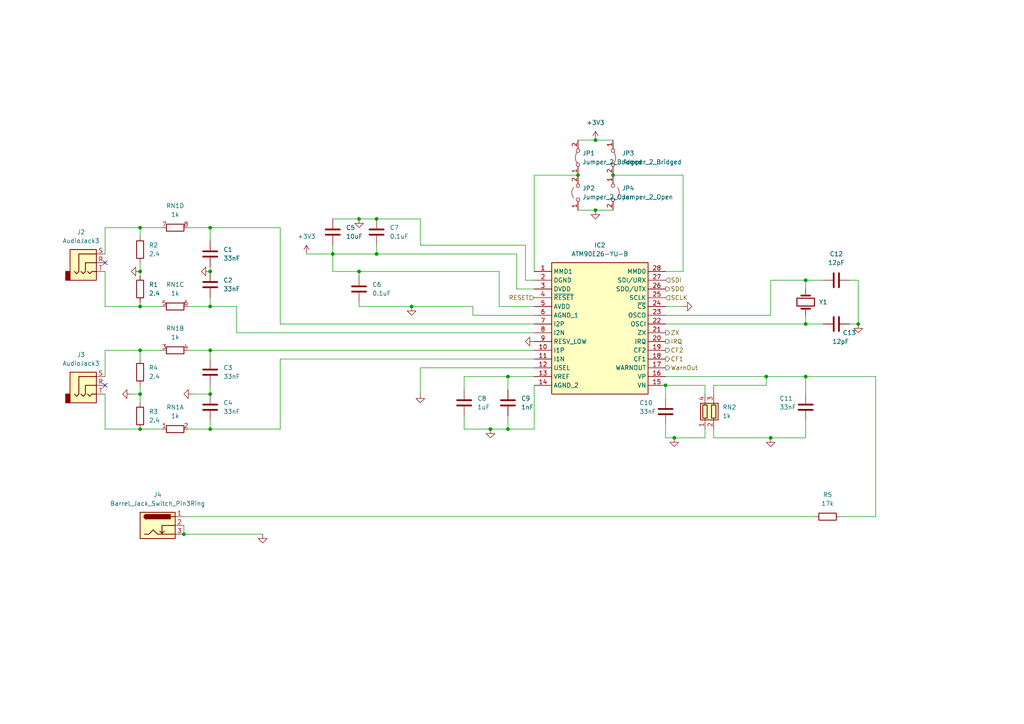
<source format=kicad_sch>
(kicad_sch (version 20230121) (generator eeschema)
  (paper "A4")
  (lib_symbols
    (symbol "ATM90E26-YU-B:ATM90E26-YU-B"
      (property "Reference" "IC" (at 34.29 7.62 0))
      (property "Value" "ATM90E26-YU-B" (at 34.29 5.08 0))
      (symbol "ATM90E26-YU-B_1_1"
        (rectangle (start 5.08 2.54) (end 33.02 -35.56) (stroke (width 0.254)) (fill (type background)))
        (pin passive line (at 0 0 0) (length 5.08) (name "MMD1") (number "1"))
        (pin passive line (at 0 -22.86 0) (length 5.08) (name "I1P") (number "10"))
        (pin passive line (at 0 -25.4 0) (length 5.08) (name "I1N") (number "11"))
        (pin passive line (at 0 -27.94 0) (length 5.08) (name "USEL") (number "12"))
        (pin passive line (at 0 -30.48 0) (length 5.08) (name "VREF") (number "13"))
        (pin passive line (at 0 -33.02 0) (length 5.08) (name "AGND_2") (number "14"))
        (pin passive line (at 38.1 -33.02 180) (length 5.08) (name "VN") (number "15"))
        (pin passive line (at 38.1 -30.48 180) (length 5.08) (name "VP") (number "16"))
        (pin passive line (at 38.1 -27.94 180) (length 5.08) (name "WARNOUT") (number "17"))
        (pin passive line (at 38.1 -25.4 180) (length 5.08) (name "CF1") (number "18"))
        (pin passive line (at 38.1 -22.86 180) (length 5.08) (name "CF2") (number "19"))
        (pin passive line (at 0 -2.54 0) (length 5.08) (name "DGND") (number "2"))
        (pin passive line (at 38.1 -20.32 180) (length 5.08) (name "IRQ") (number "20"))
        (pin passive line (at 38.1 -17.78 180) (length 5.08) (name "ZX") (number "21"))
        (pin passive line (at 38.1 -15.24 180) (length 5.08) (name "OSCI") (number "22"))
        (pin passive line (at 38.1 -12.7 180) (length 5.08) (name "OSCO") (number "23"))
        (pin passive line (at 38.1 -10.16 180) (length 5.08) (name "~{CS}") (number "24"))
        (pin passive line (at 38.1 -7.62 180) (length 5.08) (name "SCLK") (number "25"))
        (pin passive line (at 38.1 -5.08 180) (length 5.08) (name "SDO/UTX") (number "26"))
        (pin passive line (at 38.1 -2.54 180) (length 5.08) (name "SDI/URX") (number "27"))
        (pin passive line (at 38.1 0 180) (length 5.08) (name "MMD0") (number "28"))
        (pin passive line (at 0 -5.08 0) (length 5.08) (name "DVDD") (number "3"))
        (pin passive line (at 0 -7.62 0) (length 5.08) (name "~{RESET}") (number "4"))
        (pin passive line (at 0 -10.16 0) (length 5.08) (name "AVDD") (number "5"))
        (pin passive line (at 0 -12.7 0) (length 5.08) (name "AGND_1") (number "6"))
        (pin passive line (at 0 -15.24 0) (length 5.08) (name "I2P") (number "7"))
        (pin passive line (at 0 -17.78 0) (length 5.08) (name "I2N") (number "8"))
        (pin passive line (at 0 -20.32 0) (length 5.08) (name "RESV_LOW") (number "9"))
      )
    )
    (symbol "Connector:Barrel_Jack_Switch_Pin3Ring" (pin_names hide)
      (property "Reference" "J" (at 0 5.334 0))
      (property "Value" "Barrel_Jack_Switch_Pin3Ring" (at 0 -5.08 0))
      (symbol "Barrel_Jack_Switch_Pin3Ring_0_1"
        (rectangle (start -5.08 3.81) (end 5.08 -3.81) (stroke (width 0.254)) (fill (type background)))
        (arc (start -3.302 3.175) (mid -3.9343 2.54) (end -3.302 1.905) (stroke (width 0.254)))
        (arc (start -3.302 3.175) (mid -3.9343 2.54) (end -3.302 1.905) (stroke (width 0.254)) (fill (type outline)))
        (polyline (pts (xy 1.27 -2.286) (xy 1.905 -1.651)) (stroke (width 0.254)))
        (polyline (pts (xy 5.08 2.54) (xy 3.81 2.54)) (stroke (width 0.254)))
        (polyline (pts (xy 5.08 0) (xy 1.27 0) (xy 1.27 -2.286) (xy 0.635 -1.651)) (stroke (width 0.254)))
        (polyline (pts (xy -3.81 -2.54) (xy -2.54 -2.54) (xy -1.27 -1.27) (xy 0 -2.54) (xy 2.54 -2.54) (xy 5.08 -2.54)) (stroke (width 0.254)))
        (rectangle (start 3.683 3.175) (end -3.302 1.905) (stroke (width 0.254)) (fill (type outline)))
      )
      (symbol "Barrel_Jack_Switch_Pin3Ring_1_1"
        (pin passive line (at 7.62 2.54 180) (length 2.54) (name "~") (number "1"))
        (pin passive line (at 7.62 0 180) (length 2.54) (name "~") (number "2"))
        (pin passive line (at 7.62 -2.54 180) (length 2.54) (name "~") (number "3"))
      )
    )
    (symbol "Connector_Audio:AudioJack3"
      (property "Reference" "J" (at 0 8.89 0))
      (property "Value" "AudioJack3" (at 0 6.35 0))
      (symbol "AudioJack3_0_1"
        (rectangle (start -5.08 -5.08) (end -6.35 -2.54) (stroke (width 0.254)) (fill (type outline)))
        (polyline (pts (xy 0 -2.54) (xy 0.635 -3.175) (xy 1.27 -2.54) (xy 2.54 -2.54)) (stroke (width 0.254)))
        (polyline (pts (xy -1.905 -2.54) (xy -1.27 -3.175) (xy -0.635 -2.54) (xy -0.635 0) (xy 2.54 0)) (stroke (width 0.254)))
        (polyline (pts (xy 2.54 2.54) (xy -2.54 2.54) (xy -2.54 -2.54) (xy -3.175 -3.175) (xy -3.81 -2.54)) (stroke (width 0.254)))
        (rectangle (start 2.54 3.81) (end -5.08 -5.08) (stroke (width 0.254)) (fill (type background)))
      )
      (symbol "AudioJack3_1_1"
        (pin passive line (at 5.08 0 180) (length 2.54) (name "~") (number "R"))
        (pin passive line (at 5.08 2.54 180) (length 2.54) (name "~") (number "S"))
        (pin passive line (at 5.08 -2.54 180) (length 2.54) (name "~") (number "T"))
      )
    )
    (symbol "Device:C" (pin_numbers hide) (pin_names (offset 0.254))
      (property "Reference" "C" (at 0.635 2.54 0))
      (property "Value" "C" (at 0.635 -2.54 0))
      (symbol "C_0_1"
        (polyline (pts (xy -2.032 -0.762) (xy 2.032 -0.762)) (stroke (width 0.508)))
        (polyline (pts (xy -2.032 0.762) (xy 2.032 0.762)) (stroke (width 0.508)))
      )
      (symbol "C_1_1"
        (pin passive line (at 0 3.81 270) (length 2.794) (name "~") (number "1"))
        (pin passive line (at 0 -3.81 90) (length 2.794) (name "~") (number "2"))
      )
    )
    (symbol "Device:Crystal" (pin_numbers hide) (pin_names (offset 1.016) hide)
      (property "Reference" "Y" (at 0 3.81 0))
      (property "Value" "Crystal" (at 0 -3.81 0))
      (symbol "Crystal_0_1"
        (rectangle (start -1.143 2.54) (end 1.143 -2.54) (stroke (width 0.3048)))
        (polyline (pts (xy -2.54 0) (xy -1.905 0)))
        (polyline (pts (xy -1.905 -1.27) (xy -1.905 1.27)) (stroke (width 0.508)))
        (polyline (pts (xy 1.905 -1.27) (xy 1.905 1.27)) (stroke (width 0.508)))
        (polyline (pts (xy 2.54 0) (xy 1.905 0)))
      )
      (symbol "Crystal_1_1"
        (pin passive line (at -3.81 0 0) (length 1.27) (name "1") (number "1"))
        (pin passive line (at 3.81 0 180) (length 1.27) (name "2") (number "2"))
      )
    )
    (symbol "Device:R" (pin_numbers hide) (pin_names (offset 0))
      (property "Reference" "R" (at 2.032 0 90))
      (property "Value" "R" (at 0 0 90))
      (symbol "R_0_1"
        (rectangle (start -1.016 -2.54) (end 1.016 2.54) (stroke (width 0.254)))
      )
      (symbol "R_1_1"
        (pin passive line (at 0 3.81 270) (length 1.27) (name "~") (number "1"))
        (pin passive line (at 0 -3.81 90) (length 1.27) (name "~") (number "2"))
      )
    )
    (symbol "Device:R_Pack02" (pin_names (offset 0) hide)
      (property "Reference" "RN" (at -5.08 0 90))
      (property "Value" "R_Pack02" (at 2.54 0 90))
      (symbol "R_Pack02_0_1"
        (rectangle (start -3.81 -2.413) (end 1.27 2.413) (stroke (width 0.254)) (fill (type background)))
        (rectangle (start -3.175 1.905) (end -1.905 -1.905) (stroke (width 0.254)))
        (rectangle (start -0.635 1.905) (end 0.635 -1.905) (stroke (width 0.254)))
        (polyline (pts (xy -2.54 -2.54) (xy -2.54 -1.905)))
        (polyline (pts (xy -2.54 1.905) (xy -2.54 2.54)))
        (polyline (pts (xy 0 -2.54) (xy 0 -1.905)))
        (polyline (pts (xy 0 1.905) (xy 0 2.54)))
      )
      (symbol "R_Pack02_1_1"
        (pin passive line (at -2.54 -5.08 90) (length 2.54) (name "R1.1") (number "1"))
        (pin passive line (at 0 -5.08 90) (length 2.54) (name "R2.1") (number "2"))
        (pin passive line (at 0 5.08 270) (length 2.54) (name "R2.2") (number "3"))
        (pin passive line (at -2.54 5.08 270) (length 2.54) (name "R1.2") (number "4"))
      )
    )
    (symbol "Device:R_Pack06_SIP_Split" (pin_names (offset 0) hide)
      (property "Reference" "RN" (at 2.032 0 90))
      (property "Value" "R_Pack06_SIP_Split" (at 0 0 90))
      (symbol "R_Pack06_SIP_Split_0_1"
        (rectangle (start 1.016 2.54) (end -1.016 -2.54) (stroke (width 0.254)))
      )
      (symbol "R_Pack06_SIP_Split_1_1"
        (pin passive line (at 0 -3.81 90) (length 1.27) (name "R1.1") (number "1"))
        (pin passive line (at 0 3.81 270) (length 1.27) (name "R1.2") (number "2"))
      )
      (symbol "R_Pack06_SIP_Split_2_1"
        (pin passive line (at 0 -3.81 90) (length 1.27) (name "R2.1") (number "3"))
        (pin passive line (at 0 3.81 270) (length 1.27) (name "R2.2") (number "4"))
      )
      (symbol "R_Pack06_SIP_Split_3_1"
        (pin passive line (at 0 -3.81 90) (length 1.27) (name "R3.1") (number "5"))
        (pin passive line (at 0 3.81 270) (length 1.27) (name "R3.2") (number "6"))
      )
      (symbol "R_Pack06_SIP_Split_4_1"
        (pin passive line (at 0 -3.81 90) (length 1.27) (name "R4.1") (number "7"))
        (pin passive line (at 0 3.81 270) (length 1.27) (name "R4.2") (number "8"))
      )
      (symbol "R_Pack06_SIP_Split_5_1"
        (pin passive line (at 0 3.81 270) (length 1.27) (name "R5.2") (number "10"))
        (pin passive line (at 0 -3.81 90) (length 1.27) (name "R5.1") (number "9"))
      )
      (symbol "R_Pack06_SIP_Split_6_1"
        (pin passive line (at 0 -3.81 90) (length 1.27) (name "R6.1") (number "11"))
        (pin passive line (at 0 3.81 270) (length 1.27) (name "R6.2") (number "12"))
      )
    )
    (symbol "Jumper:Jumper_2_Bridged" (pin_names (offset 0) hide)
      (property "Reference" "JP" (at 0 1.905 0))
      (property "Value" "Jumper_2_Bridged" (at 0 -2.54 0))
      (symbol "Jumper_2_Bridged_0_0"
        (circle (center -2.032 0) (radius 0.508))
        (circle (center 2.032 0) (radius 0.508))
      )
      (symbol "Jumper_2_Bridged_0_1"
        (arc (start 1.524 0.254) (mid 0 0.762) (end -1.524 0.254))
      )
      (symbol "Jumper_2_Bridged_1_1"
        (pin passive line (at -5.08 0 0) (length 2.54) (name "A") (number "1"))
        (pin passive line (at 5.08 0 180) (length 2.54) (name "B") (number "2"))
      )
    )
    (symbol "Jumper:Jumper_2_Open" (pin_names (offset 0) hide)
      (property "Reference" "JP" (at 0 2.794 0))
      (property "Value" "Jumper_2_Open" (at 0 -2.286 0))
      (symbol "Jumper_2_Open_0_0"
        (circle (center -2.032 0) (radius 0.508))
        (circle (center 2.032 0) (radius 0.508))
      )
      (symbol "Jumper_2_Open_0_1"
        (arc (start 1.524 1.27) (mid 0 1.778) (end -1.524 1.27))
      )
      (symbol "Jumper_2_Open_1_1"
        (pin passive line (at -5.08 0 0) (length 2.54) (name "A") (number "1"))
        (pin passive line (at 5.08 0 180) (length 2.54) (name "B") (number "2"))
      )
    )
    (symbol "power:+3V3" (power) (pin_names (offset 0))
      (property "Value" "+3V3" (at 0 3.556 0))
      (symbol "+3V3_0_1"
        (polyline (pts (xy -0.762 1.27) (xy 0 2.54)))
        (polyline (pts (xy 0 0) (xy 0 2.54)))
        (polyline (pts (xy 0 2.54) (xy 0.762 1.27)))
      )
      (symbol "+3V3_1_1"
        (pin power_in line (at 0 0 90) (length 0) hide (name "+3V3") (number "1"))
      )
    )
    (symbol "power:GND" (power) (pin_names (offset 0))
      (property "Value" "GND" (at 0 -3.81 0))
      (symbol "GND_0_1"
        (polyline (pts (xy 0 0) (xy 0 -1.27) (xy 1.27 -1.27) (xy 0 -2.54) (xy -1.27 -1.27) (xy 0 -1.27)))
      )
      (symbol "GND_1_1"
        (pin power_in line (at 0 0 270) (length 0) hide (name "GND") (number "1"))
      )
    )
  )
  (junction (at 147.32 124.46))
  (junction (at 233.68 81.28))
  (junction (at 193.04 111.76))
  (junction (at 223.52 127))
  (junction (at 104.14 78.74))
  (junction (at 60.96 66.04))
  (junction (at 222.25 109.22))
  (junction (at 109.22 63.5))
  (junction (at 104.14 63.5))
  (junction (at 60.96 124.46))
  (junction (at 119.38 88.9))
  (junction (at 40.64 114.3))
  (junction (at 195.58 127))
  (junction (at 40.64 66.04))
  (junction (at 172.72 60.96))
  (junction (at 53.34 154.94))
  (junction (at 248.92 93.98))
  (junction (at 172.72 40.64))
  (junction (at 60.96 101.6))
  (junction (at 40.64 101.6))
  (junction (at 96.52 73.66))
  (junction (at 233.68 109.22))
  (junction (at 147.32 109.22))
  (junction (at 60.96 88.9))
  (junction (at 167.64 50.8))
  (junction (at 40.64 78.74))
  (junction (at 142.24 124.46))
  (junction (at 177.8 50.8))
  (junction (at 109.22 73.66))
  (junction (at 60.96 78.74))
  (junction (at 60.96 114.3))
  (junction (at 40.64 88.9))
  (junction (at 233.68 93.98))
  (junction (at 40.64 124.46))
  (no_connect (at 30.48 111.76))
  (no_connect (at 30.48 76.2))
  (wire (pts (xy 38.1 114.3) (xy 40.64 114.3)))
  (wire (pts (xy 149.86 83.82) (xy 154.94 83.82)))
  (wire (pts (xy 81.28 104.14) (xy 81.28 124.46)))
  (wire (pts (xy 142.24 124.46) (xy 134.62 124.46)))
  (wire (pts (xy 40.64 66.04) (xy 46.99 66.04)))
  (wire (pts (xy 53.34 154.94) (xy 76.2 154.94)))
  (wire (pts (xy 30.48 101.6) (xy 30.48 109.22)))
  (wire (pts (xy 167.64 60.96) (xy 172.72 60.96)))
  (wire (pts (xy 233.68 109.22) (xy 233.68 114.3)))
  (wire (pts (xy 137.16 88.9) (xy 119.38 88.9)))
  (wire (pts (xy 54.61 124.46) (xy 60.96 124.46)))
  (wire (pts (xy 40.64 101.6) (xy 46.99 101.6)))
  (wire (pts (xy 40.64 111.76) (xy 40.64 114.3)))
  (wire (pts (xy 154.94 78.74) (xy 154.94 50.8)))
  (wire (pts (xy 207.01 111.76) (xy 207.01 114.3)))
  (wire (pts (xy 88.9 73.66) (xy 96.52 73.66)))
  (wire (pts (xy 40.64 76.2) (xy 40.64 78.74)))
  (wire (pts (xy 172.72 60.96) (xy 177.8 60.96)))
  (wire (pts (xy 147.32 124.46) (xy 142.24 124.46)))
  (wire (pts (xy 233.68 91.44) (xy 233.68 93.98)))
  (wire (pts (xy 154.94 106.68) (xy 121.92 106.68)))
  (wire (pts (xy 198.12 50.8) (xy 177.8 50.8)))
  (wire (pts (xy 154.94 50.8) (xy 167.64 50.8)))
  (wire (pts (xy 53.34 149.86) (xy 236.22 149.86)))
  (wire (pts (xy 104.14 78.74) (xy 144.78 78.74)))
  (wire (pts (xy 121.92 106.68) (xy 121.92 114.3)))
  (wire (pts (xy 30.48 101.6) (xy 40.64 101.6)))
  (wire (pts (xy 30.48 66.04) (xy 30.48 73.66)))
  (wire (pts (xy 147.32 120.65) (xy 147.32 124.46)))
  (wire (pts (xy 40.64 66.04) (xy 40.64 68.58)))
  (wire (pts (xy 152.4 71.12) (xy 152.4 81.28)))
  (wire (pts (xy 121.92 71.12) (xy 152.4 71.12)))
  (wire (pts (xy 167.64 40.64) (xy 172.72 40.64)))
  (wire (pts (xy 40.64 88.9) (xy 30.48 88.9)))
  (wire (pts (xy 55.88 114.3) (xy 60.96 114.3)))
  (wire (pts (xy 60.96 86.36) (xy 60.96 88.9)))
  (wire (pts (xy 54.61 101.6) (xy 60.96 101.6)))
  (wire (pts (xy 104.14 78.74) (xy 104.14 80.01)))
  (wire (pts (xy 152.4 81.28) (xy 154.94 81.28)))
  (wire (pts (xy 154.94 88.9) (xy 144.78 88.9)))
  (wire (pts (xy 204.47 127) (xy 204.47 124.46)))
  (wire (pts (xy 223.52 127) (xy 233.68 127)))
  (wire (pts (xy 233.68 121.92) (xy 233.68 127)))
  (wire (pts (xy 81.28 93.98) (xy 154.94 93.98)))
  (wire (pts (xy 137.16 91.44) (xy 137.16 88.9)))
  (wire (pts (xy 195.58 127) (xy 204.47 127)))
  (wire (pts (xy 233.68 93.98) (xy 238.76 93.98)))
  (wire (pts (xy 154.94 91.44) (xy 137.16 91.44)))
  (wire (pts (xy 96.52 78.74) (xy 96.52 73.66)))
  (wire (pts (xy 40.64 80.01) (xy 40.64 78.74)))
  (wire (pts (xy 193.04 78.74) (xy 198.12 78.74)))
  (wire (pts (xy 81.28 104.14) (xy 154.94 104.14)))
  (wire (pts (xy 243.84 149.86) (xy 254 149.86)))
  (wire (pts (xy 104.14 78.74) (xy 96.52 78.74)))
  (wire (pts (xy 207.01 124.46) (xy 207.01 127)))
  (wire (pts (xy 144.78 88.9) (xy 144.78 78.74)))
  (wire (pts (xy 193.04 91.44) (xy 223.52 91.44)))
  (wire (pts (xy 172.72 40.64) (xy 177.8 40.64)))
  (wire (pts (xy 246.38 81.28) (xy 248.92 81.28)))
  (wire (pts (xy 54.61 88.9) (xy 60.96 88.9)))
  (wire (pts (xy 60.96 121.92) (xy 60.96 124.46)))
  (wire (pts (xy 193.04 111.76) (xy 193.04 115.57)))
  (wire (pts (xy 207.01 127) (xy 223.52 127)))
  (wire (pts (xy 60.96 111.76) (xy 60.96 114.3)))
  (wire (pts (xy 60.96 88.9) (xy 68.58 88.9)))
  (wire (pts (xy 193.04 109.22) (xy 222.25 109.22)))
  (wire (pts (xy 233.68 81.28) (xy 238.76 81.28)))
  (wire (pts (xy 254 149.86) (xy 254 109.22)))
  (wire (pts (xy 147.32 109.22) (xy 134.62 109.22)))
  (wire (pts (xy 193.04 127) (xy 195.58 127)))
  (wire (pts (xy 222.25 109.22) (xy 222.25 111.76)))
  (wire (pts (xy 60.96 66.04) (xy 60.96 69.85)))
  (wire (pts (xy 68.58 96.52) (xy 154.94 96.52)))
  (wire (pts (xy 30.48 66.04) (xy 40.64 66.04)))
  (wire (pts (xy 109.22 63.5) (xy 121.92 63.5)))
  (wire (pts (xy 30.48 88.9) (xy 30.48 78.74)))
  (wire (pts (xy 119.38 88.9) (xy 104.14 88.9)))
  (wire (pts (xy 233.68 81.28) (xy 233.68 83.82)))
  (wire (pts (xy 46.99 88.9) (xy 40.64 88.9)))
  (wire (pts (xy 248.92 81.28) (xy 248.92 93.98)))
  (wire (pts (xy 222.25 111.76) (xy 207.01 111.76)))
  (wire (pts (xy 222.25 109.22) (xy 233.68 109.22)))
  (wire (pts (xy 149.86 73.66) (xy 149.86 83.82)))
  (wire (pts (xy 134.62 120.65) (xy 134.62 124.46)))
  (wire (pts (xy 68.58 88.9) (xy 68.58 96.52)))
  (wire (pts (xy 147.32 109.22) (xy 154.94 109.22)))
  (wire (pts (xy 154.94 111.76) (xy 154.94 124.46)))
  (wire (pts (xy 104.14 87.63) (xy 104.14 88.9)))
  (wire (pts (xy 104.14 63.5) (xy 96.52 63.5)))
  (wire (pts (xy 193.04 111.76) (xy 204.47 111.76)))
  (wire (pts (xy 109.22 63.5) (xy 104.14 63.5)))
  (wire (pts (xy 40.64 87.63) (xy 40.64 88.9)))
  (wire (pts (xy 223.52 81.28) (xy 233.68 81.28)))
  (wire (pts (xy 81.28 66.04) (xy 81.28 93.98)))
  (wire (pts (xy 81.28 124.46) (xy 60.96 124.46)))
  (wire (pts (xy 96.52 71.12) (xy 96.52 73.66)))
  (wire (pts (xy 40.64 114.3) (xy 40.64 116.84)))
  (wire (pts (xy 134.62 109.22) (xy 134.62 113.03)))
  (wire (pts (xy 60.96 101.6) (xy 60.96 104.14)))
  (wire (pts (xy 54.61 66.04) (xy 60.96 66.04)))
  (wire (pts (xy 193.04 123.19) (xy 193.04 127)))
  (wire (pts (xy 193.04 93.98) (xy 233.68 93.98)))
  (wire (pts (xy 198.12 88.9) (xy 193.04 88.9)))
  (wire (pts (xy 233.68 109.22) (xy 254 109.22)))
  (wire (pts (xy 40.64 124.46) (xy 46.99 124.46)))
  (wire (pts (xy 30.48 124.46) (xy 40.64 124.46)))
  (wire (pts (xy 81.28 66.04) (xy 60.96 66.04)))
  (wire (pts (xy 198.12 78.74) (xy 198.12 50.8)))
  (wire (pts (xy 96.52 73.66) (xy 109.22 73.66)))
  (wire (pts (xy 246.38 93.98) (xy 248.92 93.98)))
  (wire (pts (xy 154.94 124.46) (xy 147.32 124.46)))
  (wire (pts (xy 53.34 152.4) (xy 53.34 154.94)))
  (wire (pts (xy 60.96 101.6) (xy 154.94 101.6)))
  (wire (pts (xy 121.92 71.12) (xy 121.92 63.5)))
  (wire (pts (xy 30.48 124.46) (xy 30.48 114.3)))
  (wire (pts (xy 109.22 71.12) (xy 109.22 73.66)))
  (wire (pts (xy 204.47 111.76) (xy 204.47 114.3)))
  (wire (pts (xy 60.96 77.47) (xy 60.96 78.74)))
  (wire (pts (xy 40.64 101.6) (xy 40.64 104.14)))
  (wire (pts (xy 147.32 109.22) (xy 147.32 113.03)))
  (wire (pts (xy 109.22 73.66) (xy 149.86 73.66)))
  (wire (pts (xy 223.52 81.28) (xy 223.52 91.44)))
  (hierarchical_label "SDO" (shape output) (at 193.04 83.82 0))
  (hierarchical_label "CF1" (shape output) (at 193.04 104.14 0))
  (hierarchical_label "RESET" (shape input) (at 154.94 86.36 180))
  (hierarchical_label "WarnOut" (shape output) (at 193.04 106.68 0))
  (hierarchical_label "ZX" (shape output) (at 193.04 96.52 0))
  (hierarchical_label "CF2" (shape output) (at 193.04 101.6 0))
  (hierarchical_label "SDI" (shape input) (at 193.04 81.28 0))
  (hierarchical_label "IRQ" (shape output) (at 193.04 99.06 0))
  (hierarchical_label "SCLK" (shape input) (at 193.04 86.36 0))
  (symbol (lib_id "Device:C") (at 104.14 83.82 0) (unit 1)
    (property "Reference" "C6" (at 107.95 82.55 0) (effects (justify left)))
    (property "Value" "0.1uF" (at 107.95 85.09 0) (effects (justify left)))
    (property "Footprint" "Capacitor_SMD:C_0805_2012Metric_Pad1.18x1.45mm_HandSolder" (effects hide))
  )
  (symbol (lib_id "Device:R") (at 40.64 107.95 180) (unit 1)
    (property "Reference" "R4" (at 43.18 106.68 0) (effects (justify right)))
    (property "Value" "2.4" (at 43.18 109.22 0) (effects (justify right)))
    (property "Footprint" "Resistor_THT:R_Axial_DIN0207_L6.3mm_D2.5mm_P7.62mm_Horizontal" (effects hide))
  )
  (symbol (lib_id "power:GND") (at 55.88 114.3 270) (unit 1)
    (property "Reference" "#PWR08" (effects hide))
    (property "Value" "GND" (effects hide))
  )
  (symbol (lib_id "Jumper:Jumper_2_Bridged") (at 167.64 45.72 90) (unit 1)
    (property "Reference" "JP1" (at 168.91 44.45 90) (effects (justify right)))
    (property "Value" "Jumper_2_Bridged" (at 168.91 46.99 90) (effects (justify right)))
    (property "Footprint" "TestPoint:TestPoint_2Pads_Pitch2.54mm_Drill0.8mm" (effects hide))
  )
  (symbol (lib_id "power:GND") (at 76.2 154.94 0) (unit 1)
    (property "Reference" "#PWR010" (effects hide))
    (property "Value" "GND" (effects hide))
  )
  (symbol (lib_id "Device:C") (at 193.04 119.38 0) (unit 1)
    (property "Reference" "C10" (at 185.42 116.84 0) (effects (justify left)))
    (property "Value" "33nF" (at 185.42 119.38 0) (effects (justify left)))
    (property "Footprint" "Capacitor_SMD:C_0805_2012Metric_Pad1.18x1.45mm_HandSolder" (effects hide))
  )
  (symbol (lib_id "power:GND") (at 121.92 114.3 0) (unit 1)
    (property "Reference" "#PWR014" (effects hide))
    (property "Value" "GND" (effects hide))
  )
  (symbol (lib_id "power:+3V3") (at 172.72 40.64 0) (unit 1)
    (property "Reference" "#PWR017" (effects hide))
    (property "Value" "+3V3" (at 172.72 35.56 0))
  )
  (symbol (lib_id "Device:C") (at 60.96 73.66 0) (unit 1)
    (property "Reference" "C1" (at 64.77 72.39 0) (effects (justify left)))
    (property "Value" "33nF" (at 64.77 74.93 0) (effects (justify left)))
    (property "Footprint" "Capacitor_SMD:C_0805_2012Metric_Pad1.18x1.45mm_HandSolder" (effects hide))
  )
  (symbol (lib_id "power:GND") (at 223.52 127 0) (unit 1)
    (property "Reference" "#PWR021" (effects hide))
    (property "Value" "GND" (effects hide))
  )
  (symbol (lib_id "power:GND") (at 104.14 63.5 0) (unit 1)
    (property "Reference" "#PWR012" (effects hide))
    (property "Value" "GND" (effects hide))
  )
  (symbol (lib_id "Jumper:Jumper_2_Open") (at 167.64 55.88 90) (unit 1)
    (property "Reference" "JP2" (at 168.91 54.61 90) (effects (justify right)))
    (property "Value" "Jumper_2_Open" (at 168.91 57.15 90) (effects (justify right)))
    (property "Footprint" "TestPoint:TestPoint_2Pads_Pitch2.54mm_Drill0.8mm" (effects hide))
  )
  (symbol (lib_id "Device:C") (at 242.57 81.28 90) (unit 1)
    (property "Reference" "C12" (at 242.57 73.66 90))
    (property "Value" "12pF" (at 242.57 76.2 90))
    (property "Footprint" "Capacitor_SMD:C_0805_2012Metric_Pad1.18x1.45mm_HandSolder" (effects hide))
  )
  (symbol (lib_id "power:GND") (at 172.72 60.96 0) (unit 1)
    (property "Reference" "#PWR018" (effects hide))
    (property "Value" "GND" (effects hide))
  )
  (symbol (lib_id "Device:C") (at 60.96 107.95 0) (unit 1)
    (property "Reference" "C3" (at 64.77 106.68 0) (effects (justify left)))
    (property "Value" "33nF" (at 64.77 109.22 0) (effects (justify left)))
    (property "Footprint" "Capacitor_SMD:C_0805_2012Metric_Pad1.18x1.45mm_HandSolder" (effects hide))
  )
  (symbol (lib_id "Connector:Barrel_Jack_Switch_Pin3Ring") (at 45.72 152.4 0) (unit 1)
    (property "Reference" "J4" (at 45.72 143.51 0))
    (property "Value" "Barrel_Jack_Switch_Pin3Ring" (at 45.72 146.05 0))
    (property "Footprint" "Connector_BarrelJack:BarrelJack_Wuerth_6941xx301002" (effects hide))
  )
  (symbol (lib_id "Jumper:Jumper_2_Open") (at 177.8 55.88 270) (unit 1)
    (property "Reference" "JP4" (at 180.34 54.61 90) (effects (justify left)))
    (property "Value" "Jumper_2_Open" (at 180.34 57.15 90) (effects (justify left)))
    (property "Footprint" "TestPoint:TestPoint_2Pads_Pitch2.54mm_Drill0.8mm" (effects hide))
  )
  (symbol (lib_id "Jumper:Jumper_2_Bridged") (at 177.8 45.72 270) (unit 1)
    (property "Reference" "JP3" (at 180.34 44.45 90) (effects (justify left)))
    (property "Value" "Jumper_2_Bridged" (at 180.34 46.99 90) (effects (justify left)))
    (property "Footprint" "TestPoint:TestPoint_2Pads_Pitch2.54mm_Drill0.8mm" (effects hide))
  )
  (symbol (lib_id "Device:R_Pack06_SIP_Split") (at 50.8 124.46 270) (unit 1)
    (property "Reference" "RN1" (at 50.8 118.11 90))
    (property "Value" "1k" (at 50.8 120.65 90))
    (property "Footprint" "Resistor_THT:R_Array_SIP8" (effects hide))
    (property "Datasheet" "http://www.vishay.com/docs/31509/csc.pdf" (effects hide))
  )
  (symbol (lib_id "ATM90E26-YU-B:ATM90E26-YU-B") (at 154.94 78.74 0) (unit 1)
    (property "Reference" "IC2" (at 173.99 71.12 0))
    (property "Value" "ATM90E26-YU-B" (at 173.99 73.66 0))
    (property "Footprint" "ATM90E26-YU-B:SOP65P778X199-28N" (effects hide))
    (property "Datasheet" "http://www.atmel.com/images/Atmel-46002-SE-M90E26-Datasheet.pdf" (effects hide))
    (property "Height" "1.99" (effects hide))
    (property "Mouser Part Number" "556-ATM90E26-YU-B" (effects hide))
    (property "Mouser Price/Stock" "https://www.mouser.co.uk/ProductDetail/Microchip-Technology/ATM90E26-YU-B?qs=E2PpAYvlWVtNpHMmvukkzw%3D%3D" (effects hide))
    (property "Manufacturer_Name" "Microchip" (effects hide))
    (property "Manufacturer_Part_Number" "ATM90E26-YU-B" (effects hide))
  )
  (symbol (lib_id "Device:R") (at 40.64 83.82 180) (unit 1)
    (property "Reference" "R1" (at 43.18 82.55 0) (effects (justify right)))
    (property "Value" "2.4" (at 43.18 85.09 0) (effects (justify right)))
    (property "Footprint" "Resistor_THT:R_Axial_DIN0207_L6.3mm_D2.5mm_P7.62mm_Horizontal" (effects hide))
  )
  (symbol (lib_id "power:+3V3") (at 88.9 73.66 0) (unit 1)
    (property "Reference" "#PWR011" (effects hide))
    (property "Value" "+3V3" (at 88.9 68.58 0))
  )
  (symbol (lib_id "power:GND") (at 198.12 88.9 90) (unit 1)
    (property "Reference" "#PWR020" (effects hide))
    (property "Value" "GND" (effects hide))
  )
  (symbol (lib_id "power:GND") (at 154.94 99.06 270) (unit 1)
    (property "Reference" "#PWR016" (effects hide))
    (property "Value" "GND" (effects hide))
  )
  (symbol (lib_id "power:GND") (at 195.58 127 0) (unit 1)
    (property "Reference" "#PWR019" (effects hide))
    (property "Value" "GND" (effects hide))
  )
  (symbol (lib_id "Device:C") (at 134.62 116.84 0) (unit 1)
    (property "Reference" "C8" (at 138.43 115.57 0) (effects (justify left)))
    (property "Value" "1uF" (at 138.43 118.11 0) (effects (justify left)))
    (property "Footprint" "Capacitor_SMD:C_0805_2012Metric_Pad1.18x1.45mm_HandSolder" (effects hide))
  )
  (symbol (lib_id "Device:C") (at 109.22 67.31 0) (unit 1)
    (property "Reference" "C7" (at 113.03 66.04 0) (effects (justify left)))
    (property "Value" "0.1uF" (at 113.03 68.58 0) (effects (justify left)))
    (property "Footprint" "Capacitor_SMD:C_0805_2012Metric_Pad1.18x1.45mm_HandSolder" (effects hide))
  )
  (symbol (lib_id "Device:R") (at 40.64 72.39 180) (unit 1)
    (property "Reference" "R2" (at 43.18 71.12 0) (effects (justify right)))
    (property "Value" "2.4" (at 43.18 73.66 0) (effects (justify right)))
    (property "Footprint" "Resistor_THT:R_Axial_DIN0207_L6.3mm_D2.5mm_P7.62mm_Horizontal" (effects hide))
  )
  (symbol (lib_id "power:GND") (at 248.92 93.98 0) (unit 1)
    (property "Reference" "#PWR022" (effects hide))
    (property "Value" "GND" (effects hide))
  )
  (symbol (lib_id "Device:C") (at 233.68 118.11 0) (unit 1)
    (property "Reference" "C11" (at 226.06 115.57 0) (effects (justify left)))
    (property "Value" "33nF" (at 226.06 118.11 0) (effects (justify left)))
    (property "Footprint" "Capacitor_SMD:C_0805_2012Metric_Pad1.18x1.45mm_HandSolder" (effects hide))
  )
  (symbol (lib_id "Connector_Audio:AudioJack3") (at 25.4 76.2 0) (unit 1)
    (property "Reference" "J2" (at 23.495 67.31 0))
    (property "Value" "AudioJack3" (at 23.495 69.85 0))
    (property "Footprint" "Connector_Audio:Jack_3.5mm_CUI_SJ1-3523N_Horizontal" (effects hide))
  )
  (symbol (lib_id "Device:C") (at 60.96 118.11 0) (unit 1)
    (property "Reference" "C4" (at 64.77 116.84 0) (effects (justify left)))
    (property "Value" "33nF" (at 64.77 119.38 0) (effects (justify left)))
    (property "Footprint" "Capacitor_SMD:C_0805_2012Metric_Pad1.18x1.45mm_HandSolder" (effects hide))
  )
  (symbol (lib_id "Device:R_Pack06_SIP_Split") (at 50.8 88.9 270) (unit 3)
    (property "Reference" "RN1" (at 50.8 82.55 90))
    (property "Value" "1k" (at 50.8 85.09 90))
    (property "Footprint" "Resistor_THT:R_Array_SIP8" (effects hide))
    (property "Datasheet" "http://www.vishay.com/docs/31509/csc.pdf" (effects hide))
  )
  (symbol (lib_id "Connector_Audio:AudioJack3") (at 25.4 111.76 0) (unit 1)
    (property "Reference" "J3" (at 23.495 102.87 0))
    (property "Value" "AudioJack3" (at 23.495 105.41 0))
    (property "Footprint" "Connector_Audio:Jack_3.5mm_CUI_SJ1-3523N_Horizontal" (effects hide))
  )
  (symbol (lib_id "Device:R_Pack06_SIP_Split") (at 50.8 101.6 270) (unit 2)
    (property "Reference" "RN1" (at 50.8 95.25 90))
    (property "Value" "1k" (at 50.8 97.79 90))
    (property "Footprint" "Resistor_THT:R_Array_SIP8" (effects hide))
    (property "Datasheet" "http://www.vishay.com/docs/31509/csc.pdf" (effects hide))
  )
  (symbol (lib_id "power:GND") (at 38.1 114.3 270) (unit 1)
    (property "Reference" "#PWR06" (effects hide))
    (property "Value" "GND" (effects hide))
  )
  (symbol (lib_id "power:GND") (at 142.24 124.46 0) (unit 1)
    (property "Reference" "#PWR015" (effects hide))
    (property "Value" "GND" (effects hide))
  )
  (symbol (lib_id "Device:R") (at 40.64 120.65 180) (unit 1)
    (property "Reference" "R3" (at 43.18 119.38 0) (effects (justify right)))
    (property "Value" "2.4" (at 43.18 121.92 0) (effects (justify right)))
    (property "Footprint" "Resistor_THT:R_Axial_DIN0207_L6.3mm_D2.5mm_P7.62mm_Horizontal" (effects hide))
  )
  (symbol (lib_id "Device:C") (at 242.57 93.98 90) (unit 1)
    (property "Reference" "C13" (at 246.38 96.52 90))
    (property "Value" "12pF" (at 243.84 99.06 90))
    (property "Footprint" "Capacitor_SMD:C_0805_2012Metric_Pad1.18x1.45mm_HandSolder" (effects hide))
  )
  (symbol (lib_id "Device:C") (at 147.32 116.84 0) (unit 1)
    (property "Reference" "C9" (at 151.13 115.57 0) (effects (justify left)))
    (property "Value" "1nF" (at 151.13 118.11 0) (effects (justify left)))
    (property "Footprint" "Capacitor_SMD:C_0805_2012Metric_Pad1.18x1.45mm_HandSolder" (effects hide))
  )
  (symbol (lib_id "Device:C") (at 96.52 67.31 0) (unit 1)
    (property "Reference" "C5" (at 100.33 66.04 0) (effects (justify left)))
    (property "Value" "10uF" (at 100.33 68.58 0) (effects (justify left)))
    (property "Footprint" "Capacitor_SMD:C_0805_2012Metric_Pad1.18x1.45mm_HandSolder" (effects hide))
  )
  (symbol (lib_id "Device:C") (at 60.96 82.55 0) (unit 1)
    (property "Reference" "C2" (at 64.77 81.28 0) (effects (justify left)))
    (property "Value" "33nF" (at 64.77 83.82 0) (effects (justify left)))
    (property "Footprint" "Capacitor_SMD:C_0805_2012Metric_Pad1.18x1.45mm_HandSolder" (effects hide))
  )
  (symbol (lib_id "power:GND") (at 40.64 78.74 270) (unit 1)
    (property "Reference" "#PWR07" (effects hide))
    (property "Value" "GND" (effects hide))
  )
  (symbol (lib_id "power:GND") (at 119.38 88.9 0) (unit 1)
    (property "Reference" "#PWR013" (effects hide))
    (property "Value" "GND" (effects hide))
  )
  (symbol (lib_id "Device:R_Pack02") (at 207.01 119.38 0) (unit 1)
    (property "Reference" "RN2" (at 209.55 118.11 0) (effects (justify left)))
    (property "Value" "1k" (at 209.55 120.65 0) (effects (justify left)))
    (property "Footprint" "Package_DIP:DIP-4_W7.62mm" (effects hide))
  )
  (symbol (lib_id "Device:R") (at 240.03 149.86 90) (unit 1)
    (property "Reference" "R5" (at 240.03 143.51 90))
    (property "Value" "17k" (at 240.03 146.05 90))
    (property "Footprint" "Resistor_THT:R_Axial_DIN0207_L6.3mm_D2.5mm_P7.62mm_Horizontal" (effects hide))
  )
  (symbol (lib_id "power:GND") (at 60.96 78.74 270) (unit 1)
    (property "Reference" "#PWR09" (effects hide))
    (property "Value" "GND" (effects hide))
  )
  (symbol (lib_id "Device:Crystal") (at 233.68 87.63 90) (unit 1)
    (property "Reference" "Y1" (at 237.49 87.63 90) (effects (justify right)))
    (property "Value" "8.192Mhz" (effects hide))
    (property "Footprint" "Crystal:Crystal_SMD_FOX_FE-2Pin_7.5x5.0mm_HandSoldering" (effects hide))
  )
  (symbol (lib_id "Device:R_Pack06_SIP_Split") (at 50.8 66.04 270) (unit 4)
    (property "Reference" "RN1" (at 50.8 59.69 90))
    (property "Value" "1k" (at 50.8 62.23 90))
    (property "Footprint" "Resistor_THT:R_Array_SIP8" (effects hide))
    (property "Datasheet" "http://www.vishay.com/docs/31509/csc.pdf" (effects hide))
  )
)
</source>
